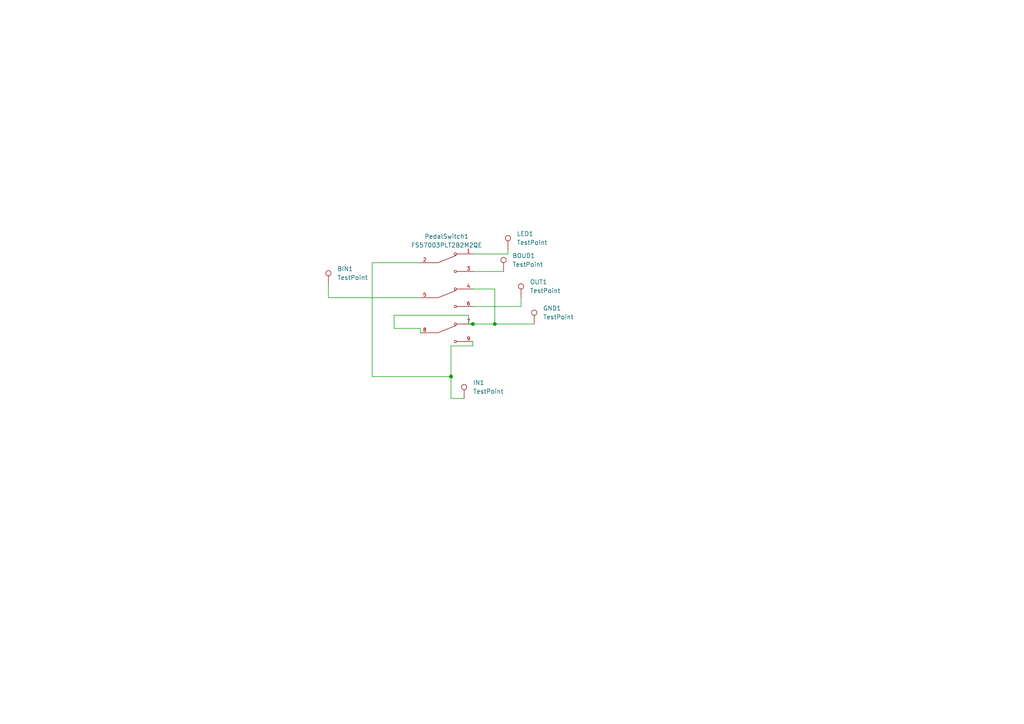
<source format=kicad_sch>
(kicad_sch (version 20250114) (generator "eeschema") (generator_version "9.0")
  (paper "A4")
  (lib_symbols
    (symbol "Connector:TestPoint" (pin_numbers (hide yes)) (pin_names (offset 0.762) (hide yes))
      (property "Reference" "TP" (at 0 6.858 0))
      (property "Value" "TestPoint" (at 0 5.08 0))
      (symbol "TestPoint_0_1"
        (circle (center 0 3.302) (radius 0.762))
      )
      (symbol "TestPoint_1_1"
        (pin passive line (at 0 0 90) (length 2.54) (name "1") (number "1"))
      )
    )
    (symbol "FS57003PLT2B2M2QE:FS57003PLT2B2M2QE" (pin_names (offset 1.016))
      (property "Reference" "S" (at -2.54 15.24 0))
      (property "Value" "FS57003PLT2B2M2QE" (at -2.54 -15.24 0))
      (symbol "FS57003PLT2B2M2QE_0_0"
        (polyline (pts (xy -2.54 10.16) (xy -5.08 10.16)) (stroke (width 0.1524)))
        (polyline (pts (xy -2.54 10.16) (xy 2.794 12.2936)) (stroke (width 0.1524)))
        (polyline (pts (xy -2.54 0) (xy -5.08 0)) (stroke (width 0.1524)))
        (polyline (pts (xy -2.54 0) (xy 2.794 2.1336)) (stroke (width 0.1524)))
        (polyline (pts (xy -2.54 -10.16) (xy -5.08 -10.16)) (stroke (width 0.1524)))
        (polyline (pts (xy -2.54 -10.16) (xy 2.794 -8.0264)) (stroke (width 0.1524)))
        (circle (center 2.54 12.7) (radius 0.3302) (stroke (width 0.1524)))
        (circle (center 2.54 7.62) (radius 0.3302) (stroke (width 0.1524)))
        (circle (center 2.54 2.54) (radius 0.3302) (stroke (width 0.1524)))
        (circle (center 2.54 -2.54) (radius 0.3302) (stroke (width 0.1524)))
        (circle (center 2.54 -7.62) (radius 0.3302) (stroke (width 0.1524)))
        (circle (center 2.54 -12.7) (radius 0.3302) (stroke (width 0.1524)))
        (polyline (pts (xy 5.08 12.7) (xy 2.921 12.7)) (stroke (width 0.1524)))
        (polyline (pts (xy 5.08 7.62) (xy 2.921 7.62)) (stroke (width 0.1524)))
        (polyline (pts (xy 5.08 2.54) (xy 2.921 2.54)) (stroke (width 0.1524)))
        (polyline (pts (xy 5.08 -2.54) (xy 2.921 -2.54)) (stroke (width 0.1524)))
        (polyline (pts (xy 5.08 -7.62) (xy 2.921 -7.62)) (stroke (width 0.1524)))
        (polyline (pts (xy 5.08 -12.7) (xy 2.921 -12.7)) (stroke (width 0.1524)))
        (pin passive line (at -7.62 10.16 0) (length 2.54) (name "~") (number "2"))
        (pin passive line (at -7.62 0 0) (length 2.54) (name "~") (number "5"))
        (pin passive line (at -7.62 -10.16 0) (length 2.54) (name "~") (number "8"))
        (pin passive line (at 7.62 12.7 180) (length 2.54) (name "~") (number "1"))
        (pin passive line (at 7.62 7.62 180) (length 2.54) (name "~") (number "3"))
        (pin passive line (at 7.62 2.54 180) (length 2.54) (name "~") (number "4"))
        (pin passive line (at 7.62 -2.54 180) (length 2.54) (name "~") (number "6"))
        (pin passive line (at 7.62 -7.62 180) (length 2.54) (name "~") (number "7"))
        (pin passive line (at 7.62 -12.7 180) (length 2.54) (name "~") (number "9"))
      )
    )
  )
  (junction (at 130.81 109.22))
  (junction (at 143.51 93.98))
  (junction (at 137.16 93.98))
  (wire (pts (xy 143.51 83.82) (xy 143.51 93.98)))
  (wire (pts (xy 130.81 115.57) (xy 130.81 109.22)))
  (wire (pts (xy 121.92 76.2) (xy 107.95 76.2)))
  (wire (pts (xy 135.89 91.44) (xy 135.89 93.98)))
  (wire (pts (xy 107.95 76.2) (xy 107.95 109.22)))
  (wire (pts (xy 130.81 109.22) (xy 130.81 100.33)))
  (wire (pts (xy 151.13 88.9) (xy 151.13 86.36)))
  (wire (pts (xy 143.51 93.98) (xy 154.94 93.98)))
  (wire (pts (xy 137.16 83.82) (xy 143.51 83.82)))
  (wire (pts (xy 130.81 115.57) (xy 134.62 115.57)))
  (wire (pts (xy 107.95 109.22) (xy 130.81 109.22)))
  (wire (pts (xy 121.92 95.25) (xy 121.92 96.52)))
  (wire (pts (xy 137.16 73.66) (xy 147.32 73.66)))
  (wire (pts (xy 114.3 91.44) (xy 135.89 91.44)))
  (wire (pts (xy 137.16 88.9) (xy 151.13 88.9)))
  (wire (pts (xy 135.89 93.98) (xy 137.16 93.98)))
  (wire (pts (xy 137.16 78.74) (xy 146.05 78.74)))
  (wire (pts (xy 137.16 93.98) (xy 143.51 93.98)))
  (wire (pts (xy 114.3 95.25) (xy 121.92 95.25)))
  (wire (pts (xy 147.32 73.66) (xy 147.32 72.39)))
  (wire (pts (xy 130.81 100.33) (xy 137.16 100.33)))
  (wire (pts (xy 137.16 100.33) (xy 137.16 99.06)))
  (wire (pts (xy 95.25 86.36) (xy 95.25 82.55)))
  (wire (pts (xy 114.3 95.25) (xy 114.3 91.44)))
  (wire (pts (xy 95.25 86.36) (xy 121.92 86.36)))
  (symbol (lib_id "Connector:TestPoint") (at 95.25 82.55 0) (unit 1)
    (property "Reference" "BIN1" (at 97.79 77.9779 0) (effects (justify left)))
    (property "Value" "TestPoint" (at 97.79 80.5179 0) (effects (justify left)))
    (property "Footprint" "TestPoint:TestPoint_THTPad_1.5x1.5mm_Drill0.7mm" (effects (hide yes)))
    (property "Description" "test point" (effects (hide yes)))
  )
  (symbol (lib_id "Connector:TestPoint") (at 151.13 86.36 0) (unit 1)
    (property "Reference" "OUT1" (at 153.67 81.7879 0) (effects (justify left)))
    (property "Value" "TestPoint" (at 153.67 84.3279 0) (effects (justify left)))
    (property "Footprint" "TestPoint:TestPoint_THTPad_1.5x1.5mm_Drill0.7mm" (effects (hide yes)))
    (property "Description" "test point" (effects (hide yes)))
  )
  (symbol (lib_id "Connector:TestPoint") (at 147.32 72.39 0) (unit 1)
    (property "Reference" "LED1" (at 149.86 67.8179 0) (effects (justify left)))
    (property "Value" "TestPoint" (at 149.86 70.3579 0) (effects (justify left)))
    (property "Footprint" "TestPoint:TestPoint_THTPad_1.5x1.5mm_Drill0.7mm" (effects (hide yes)))
    (property "Description" "test point" (effects (hide yes)))
  )
  (symbol (lib_id "Connector:TestPoint") (at 146.05 78.74 0) (unit 1)
    (property "Reference" "BOUD1" (at 148.59 74.1679 0) (effects (justify left)))
    (property "Value" "TestPoint" (at 148.59 76.7079 0) (effects (justify left)))
    (property "Footprint" "TestPoint:TestPoint_THTPad_1.5x1.5mm_Drill0.7mm" (effects (hide yes)))
    (property "Description" "test point" (effects (hide yes)))
  )
  (symbol (lib_id "FS57003PLT2B2M2QE:FS57003PLT2B2M2QE") (at 129.54 86.36 0) (unit 1)
    (property "Reference" "PedalSwitch1" (at 129.54 68.58 0))
    (property "Value" "FS57003PLT2B2M2QE" (at 129.54 71.12 0))
    (property "Footprint" "FS57003PLT2B2M2QE:SW_FS57003PLT2B2M2QE" (effects (hide yes)))
    (property "MF" "E-Switch" (effects (hide yes)))
    (property "MAXIMUM_PACKAGE_HEIGHT" "38.2mm" (effects (hide yes)))
    (property "Package" "None" (effects (hide yes)))
    (property "Price" "None" (effects (hide yes)))
    (property "Check_prices" "https://www.snapeda.com/parts/FS57003PLT2B2M2QE/E-Switch/view-part/?ref=eda" (effects (hide yes)))
    (property "STANDARD" "Manufacturer Recommendations" (effects (hide yes)))
    (property "PARTREV" "4.2.2018" (effects (hide yes)))
    (property "SnapEDA_Link" "https://www.snapeda.com/parts/FS57003PLT2B2M2QE/E-Switch/view-part/?ref=snap" (effects (hide yes)))
    (property "MP" "FS57003PLT2B2M2QE" (effects (hide yes)))
    (property "Description_1" "Pushbutton Switch, FS5700 Series, 3PDT, Round Actuator, ON-ON, 1A, 9VDC,Solder | E-Switch FS57003PLT2B2M2QE" (effects (hide yes)))
    (property "MANUFACTURER" "E-Switch" (effects (hide yes)))
    (property "Availability" "In Stock" (effects (hide yes)))
    (property "SNAPEDA_PN" "FS57003PLT2B2M2QE" (effects (hide yes)))
  )
  (symbol (lib_id "Connector:TestPoint") (at 154.94 93.98 0) (unit 1)
    (property "Reference" "GND1" (at 157.48 89.4079 0) (effects (justify left)))
    (property "Value" "TestPoint" (at 157.48 91.9479 0) (effects (justify left)))
    (property "Footprint" "TestPoint:TestPoint_THTPad_1.5x1.5mm_Drill0.7mm" (effects (hide yes)))
    (property "Description" "test point" (effects (hide yes)))
  )
  (symbol (lib_id "Connector:TestPoint") (at 134.62 115.57 0) (unit 1)
    (property "Reference" "IN1" (at 137.16 110.9979 0) (effects (justify left)))
    (property "Value" "TestPoint" (at 137.16 113.5379 0) (effects (justify left)))
    (property "Footprint" "TestPoint:TestPoint_THTPad_1.5x1.5mm_Drill0.7mm" (effects (hide yes)))
    (property "Description" "test point" (effects (hide yes)))
  )
)
</source>
